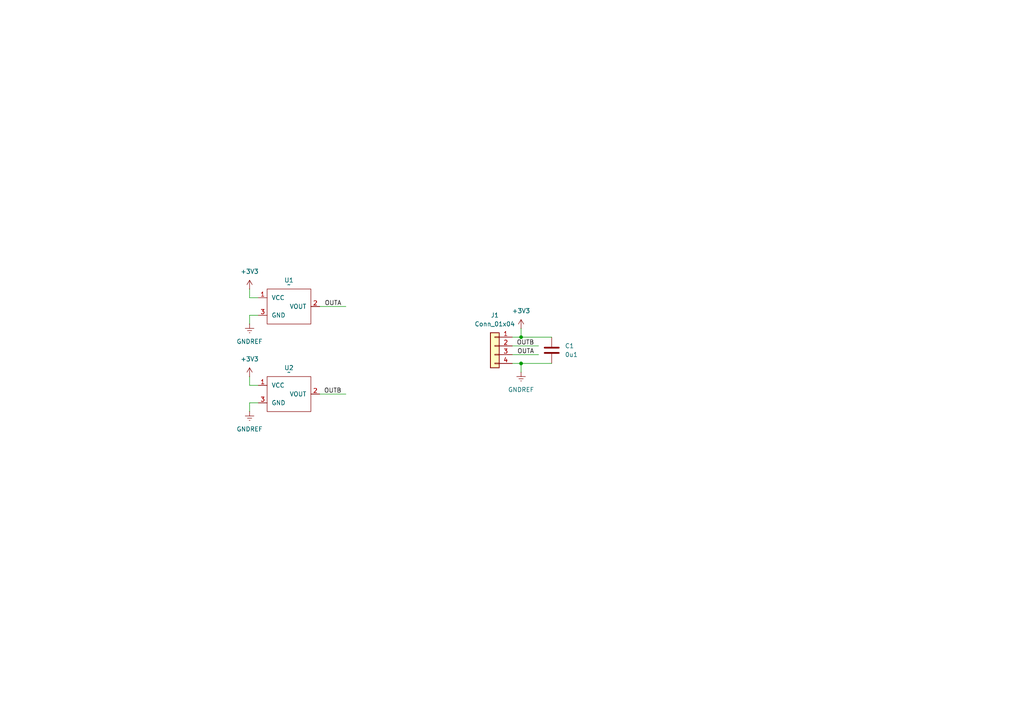
<source format=kicad_sch>
(kicad_sch (version 20231120) (generator "eeschema") (generator_version "8.0")
  (paper "A4")
  (lib_symbols
    (symbol "Connector_Generic:Conn_01x04" (pin_names (offset 1.016) hide)
      (property "Reference" "J" (at 0 5.08 0))
      (property "Value" "Conn_01x04" (at 0 -7.62 0))
      (symbol "Conn_01x04_1_1"
        (rectangle (start -1.27 -4.953) (end 0 -5.207) (stroke (width 0.1524)))
        (rectangle (start -1.27 -2.413) (end 0 -2.667) (stroke (width 0.1524)))
        (rectangle (start -1.27 0.127) (end 0 -0.127) (stroke (width 0.1524)))
        (rectangle (start -1.27 2.667) (end 0 2.413) (stroke (width 0.1524)))
        (rectangle (start -1.27 3.81) (end 1.27 -6.35) (stroke (width 0.254)) (fill (type background)))
        (pin passive line (at -5.08 2.54 0) (length 3.81) (name "Pin_1") (number "1"))
        (pin passive line (at -5.08 0 0) (length 3.81) (name "Pin_2") (number "2"))
        (pin passive line (at -5.08 -2.54 0) (length 3.81) (name "Pin_3") (number "3"))
        (pin passive line (at -5.08 -5.08 0) (length 3.81) (name "Pin_4") (number "4"))
      )
    )
    (symbol "Device:C" (pin_numbers hide) (pin_names (offset 0.254))
      (property "Reference" "C" (at 0.635 2.54 0))
      (property "Value" "C" (at 0.635 -2.54 0))
      (symbol "C_0_1"
        (polyline (pts (xy -2.032 -0.762) (xy 2.032 -0.762)) (stroke (width 0.508)))
        (polyline (pts (xy -2.032 0.762) (xy 2.032 0.762)) (stroke (width 0.508)))
      )
      (symbol "C_1_1"
        (pin passive line (at 0 3.81 270) (length 2.794) (name "~") (number "1"))
        (pin passive line (at 0 -3.81 90) (length 2.794) (name "~") (number "2"))
      )
    )
    (symbol "power:+3V3" (power) (pin_numbers hide) (pin_names (offset 0) hide)
      (property "Value" "+3V3" (at 0 3.556 0))
      (symbol "+3V3_0_1"
        (polyline (pts (xy -0.762 1.27) (xy 0 2.54)))
        (polyline (pts (xy 0 0) (xy 0 2.54)))
        (polyline (pts (xy 0 2.54) (xy 0.762 1.27)))
      )
      (symbol "+3V3_1_1"
        (pin power_in line (at 0 0 90) (length 0) (name "~") (number "1"))
      )
    )
    (symbol "power:GNDREF" (power) (pin_numbers hide) (pin_names (offset 0) hide)
      (property "Value" "GNDREF" (at 0 -3.81 0))
      (symbol "GNDREF_0_1"
        (polyline (pts (xy -0.635 -1.905) (xy 0.635 -1.905)))
        (polyline (pts (xy -0.127 -2.54) (xy 0.127 -2.54)))
        (polyline (pts (xy 0 -1.27) (xy 0 0)))
        (polyline (pts (xy 1.27 -1.27) (xy -1.27 -1.27)))
      )
      (symbol "GNDREF_1_1"
        (pin power_in line (at 0 0 270) (length 0) (name "~") (number "1"))
      )
    )
    (symbol "vincent:A1315LH" (pin_names (offset 1.27))
      (property "Reference" "U" (at 0 1.524 0))
      (symbol "A1315LH_0_1"
        (rectangle (start -6.35 0) (end 6.35 -10.16))
      )
      (symbol "A1315LH_1_1"
        (pin input line (at -8.89 -2.54 0) (length 2.54) (name "VCC") (number "1"))
        (pin input line (at 8.89 -5.08 180) (length 2.54) (name "VOUT") (number "2"))
        (pin input line (at -8.89 -7.62 0) (length 2.54) (name "GND") (number "3"))
      )
    )
  )
  (junction (at 151.13 105.41))
  (junction (at 151.13 97.79))
  (wire (pts (xy 148.59 105.41) (xy 151.13 105.41)))
  (wire (pts (xy 148.59 100.33) (xy 156.21 100.33)))
  (wire (pts (xy 72.39 83.82) (xy 72.39 86.36)))
  (wire (pts (xy 74.93 86.36) (xy 72.39 86.36)))
  (wire (pts (xy 92.71 114.3) (xy 100.33 114.3)))
  (wire (pts (xy 148.59 102.87) (xy 156.21 102.87)))
  (wire (pts (xy 151.13 97.79) (xy 160.02 97.79)))
  (wire (pts (xy 148.59 97.79) (xy 151.13 97.79)))
  (wire (pts (xy 72.39 109.22) (xy 72.39 111.76)))
  (wire (pts (xy 151.13 105.41) (xy 151.13 107.95)))
  (wire (pts (xy 74.93 91.44) (xy 72.39 91.44)))
  (wire (pts (xy 151.13 105.41) (xy 160.02 105.41)))
  (wire (pts (xy 74.93 111.76) (xy 72.39 111.76)))
  (wire (pts (xy 74.93 116.84) (xy 72.39 116.84)))
  (wire (pts (xy 72.39 91.44) (xy 72.39 93.98)))
  (wire (pts (xy 92.71 88.9) (xy 100.33 88.9)))
  (wire (pts (xy 151.13 95.25) (xy 151.13 97.79)))
  (wire (pts (xy 72.39 116.84) (xy 72.39 119.38)))
  (label "OUTB" (at 99.06 114.3 180))
  (label "OUTA" (at 154.94 102.87 180))
  (label "OUTA" (at 99.06 88.9 180))
  (label "OUTB" (at 154.94 100.33 180))
  (symbol (lib_id "power:+3V3") (at 72.39 109.22 0) (unit 1)
    (property "Reference" "#PWR05" (effects (hide yes)))
    (property "Value" "+3V3" (at 72.39 104.14 0))
    (property "Description" "Power symbol creates a global label with name \"+3V3\"" (effects (hide yes)))
  )
  (symbol (lib_id "power:GNDREF") (at 72.39 119.38 0) (unit 1)
    (property "Reference" "#PWR06" (effects (hide yes)))
    (property "Value" "GNDREF" (at 72.39 124.46 0))
    (property "Description" "Power symbol creates a global label with name \"GNDREF\" , reference supply ground" (effects (hide yes)))
  )
  (symbol (lib_id "power:+3V3") (at 151.13 95.25 0) (unit 1)
    (property "Reference" "#PWR03" (effects (hide yes)))
    (property "Value" "+3V3" (at 151.13 90.17 0))
    (property "Description" "Power symbol creates a global label with name \"+3V3\"" (effects (hide yes)))
  )
  (symbol (lib_id "Connector_Generic:Conn_01x04") (at 143.51 100.33 0) (mirror y) (unit 1)
    (property "Reference" "J1" (at 143.51 91.44 0))
    (property "Value" "Conn_01x04" (at 143.51 93.98 0))
    (property "Footprint" "Connector_JST:JST_SH_SM04B-SRSS-TB_1x04-1MP_P1.00mm_Horizontal" (effects (hide yes)))
    (property "Description" "Generic connector, single row, 01x04, script generated (kicad-library-utils/schlib/autogen/connector/)" (effects (hide yes)))
  )
  (symbol (lib_id "power:GNDREF") (at 72.39 93.98 0) (unit 1)
    (property "Reference" "#PWR02" (effects (hide yes)))
    (property "Value" "GNDREF" (at 72.39 99.06 0))
    (property "Description" "Power symbol creates a global label with name \"GNDREF\" , reference supply ground" (effects (hide yes)))
  )
  (symbol (lib_id "Device:C") (at 160.02 101.6 0) (mirror y) (unit 1)
    (property "Reference" "C1" (at 163.83 100.3299 0) (effects (justify right)))
    (property "Value" "0u1" (at 163.83 102.8699 0) (effects (justify right)))
    (property "Footprint" "Library:cap0603" (effects (hide yes)))
    (property "Description" "Unpolarized capacitor" (effects (hide yes)))
  )
  (symbol (lib_id "vincent:A1315LH") (at 83.82 109.22 0) (unit 1)
    (property "Reference" "U2" (at 83.82 106.68 0))
    (property "Value" "~" (at 83.82 107.95 0))
    (property "Footprint" "Package_TO_SOT_SMD:SOT-23W" (effects (hide yes)))
  )
  (symbol (lib_id "vincent:A1315LH") (at 83.82 83.82 0) (unit 1)
    (property "Reference" "U1" (at 83.82 81.28 0))
    (property "Value" "~" (at 83.82 82.55 0))
    (property "Footprint" "Package_TO_SOT_SMD:SOT-23W" (effects (hide yes)))
  )
  (symbol (lib_id "power:+3V3") (at 72.39 83.82 0) (unit 1)
    (property "Reference" "#PWR01" (effects (hide yes)))
    (property "Value" "+3V3" (at 72.39 78.74 0))
    (property "Description" "Power symbol creates a global label with name \"+3V3\"" (effects (hide yes)))
  )
  (symbol (lib_id "power:GNDREF") (at 151.13 107.95 0) (mirror y) (unit 1)
    (property "Reference" "#PWR04" (effects (hide yes)))
    (property "Value" "GNDREF" (at 151.13 113.03 0))
    (property "Description" "Power symbol creates a global label with name \"GNDREF\" , reference supply ground" (effects (hide yes)))
  )
)
</source>
